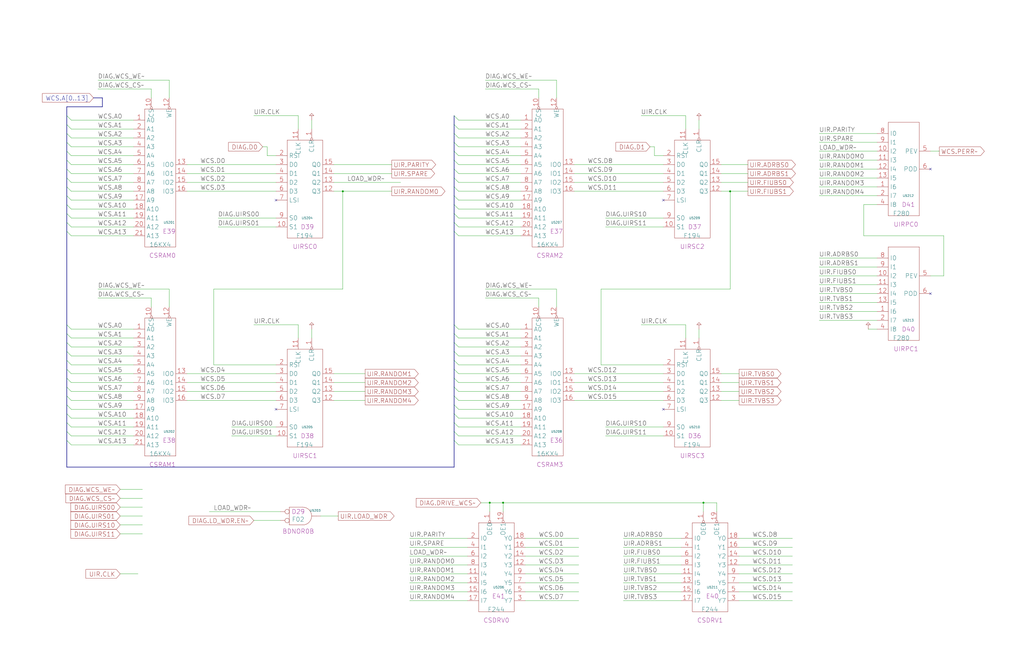
<source format=kicad_sch>
(kicad_sch (version 20250114) (generator "eeschema") (generator_version "9.0")
  (paper "User" 584.2 378.46)
  (title_block (title "CONTROL STORE\\nRAMS / UIR") (date "22-SEP-90") (rev "2.0") (comment 1 "IOC") (comment 2 "232-003061") (comment 3 "S400") (comment 4 "RELEASED"))
  (lib_symbols
    (symbol "r1000:16KX4" (pin_names (offset 1.016))
      (property "Reference" "U" (at 2.54 5.08 0))
      (property "Value" "16KX4" (at -8.89 -7.62 0))
      (property "Location" "___" (at -1.27 0 0))
      (property "Name" "______" (at -1.27 -15.24 0))
      (symbol "16KX4_1_1"
        (rectangle (start -11.43 69.85) (end 6.35 -8.89))
        (circle (center -7.62 70.485) (radius 0.635))
        (circle (center 2.54 70.485) (radius 0.635))
        (pin input line (at -17.78 63.5 0) (length 6.35) (name "A0") (number "1"))
        (pin input line (at -17.78 58.42 0) (length 6.35) (name "A1") (number "2"))
        (pin input line (at -17.78 53.34 0) (length 6.35) (name "A2") (number "3"))
        (pin input line (at -17.78 48.26 0) (length 6.35) (name "A3") (number "4"))
        (pin input line (at -17.78 43.18 0) (length 6.35) (name "A4") (number "5"))
        (pin input line (at -17.78 38.1 0) (length 6.35) (name "A5") (number "6"))
        (pin input line (at -17.78 33.02 0) (length 6.35) (name "A6") (number "7"))
        (pin input line (at -17.78 27.94 0) (length 6.35) (name "A7") (number "8"))
        (pin input line (at -17.78 22.86 0) (length 6.35) (name "A8") (number "9"))
        (pin input line (at -17.78 17.78 0) (length 6.35) (name "A9") (number "17"))
        (pin input line (at -17.78 12.7 0) (length 6.35) (name "A10") (number "18"))
        (pin input line (at -17.78 7.62 0) (length 6.35) (name "A11") (number "19"))
        (pin input line (at -17.78 2.54 0) (length 6.35) (name "A12") (number "20"))
        (pin input line (at -17.78 -2.54 0) (length 6.35) (name "A13") (number "21"))
        (pin input line (at -7.62 76.2 270) (length 5.08) (name "CS") (number "10"))
        (pin input line (at 2.54 76.2 270) (length 5.08) (name "WE") (number "12"))
        (pin bidirectional line (at 12.7 38.1 180) (length 6.35) (name "IO0") (number "13"))
        (pin bidirectional line (at 12.7 33.02 180) (length 6.35) (name "IO1") (number "14"))
        (pin bidirectional line (at 12.7 27.94 180) (length 6.35) (name "IO2") (number "15"))
        (pin bidirectional line (at 12.7 22.86 180) (length 6.35) (name "IO3") (number "16"))
      )
    )
    (symbol "r1000:F02" (pin_numbers (hide yes)) (pin_names (hide yes))
      (property "Reference" "U" (at 12.16 0.635 0))
      (property "Value" "F02" (at -1.27 -4.445 0))
      (property "Location" "___" (at 2.54 0 0))
      (property "Name" "______" (at 2.54 -12.7 0))
      (symbol "F02_0_1"
        (arc (start -3.81 2.54) (mid -2.9847 -2.54) (end -3.81 -7.62) (stroke (width 0.1524)))
        (polyline (pts (xy -5.08 0) (xy -3.175 0)) (stroke (width 0.1524)))
        (polyline (pts (xy -5.08 -5.08) (xy -3.175 -5.08)) (stroke (width 0.1524)))
        (polyline (pts (xy -3.81 2.54) (xy 2.54 2.54)) (stroke (width 0.1524)))
        (polyline (pts (xy -3.81 -7.62) (xy 2.54 -7.62)) (stroke (width 0.1524)))
        (arc (start 2.54 2.54) (mid 6.9477 0.8966) (end 10.16 -2.54) (stroke (width 0.1524)))
        (arc (start 10.16 -2.54) (mid 6.9515 -5.9823) (end 2.54 -7.62) (stroke (width 0.1524)))
        (circle (center 11.43 -2.54) (radius 1.27) (stroke (width 0.1524)))
        (polyline (pts (xy 13.97 -2.54) (xy 12.7 -2.54)) (stroke (width 0.1524)))
      )
      (symbol "F02_0_2"
        (circle (center -3.81 0) (radius 1.27) (stroke (width 0.1524)))
        (circle (center -3.81 -5.08) (radius 1.27) (stroke (width 0.1524)))
        (polyline (pts (xy -2.54 2.54) (xy -2.54 -7.62)) (stroke (width 0.1524)))
        (polyline (pts (xy -2.54 2.54) (xy 5.08 2.54)) (stroke (width 0.1524)))
        (polyline (pts (xy -2.54 -7.62) (xy 5.08 -7.62)) (stroke (width 0.1524)))
        (arc (start 5.08 2.54) (mid 10.1281 -2.54) (end 5.08 -7.62) (stroke (width 0.1524)))
        (polyline (pts (xy 11.43 -2.54) (xy 10.16 -2.54)) (stroke (width 0.1524)))
        (polyline (pts (xy 11.43 -2.54) (xy 12.7 -2.54)) (stroke (width 0.1524)))
      )
      (symbol "F02_1_1"
        (pin input line (at -7.62 0 0) (length 2.54) (name "D0") (number "1"))
        (pin input line (at -7.62 -5.08 0) (length 2.54) (name "D1") (number "2"))
        (pin output line (at 15.24 -2.54 180) (length 1.27) (name "Q") (number "3"))
      )
      (symbol "F02_1_2"
        (pin input line (at -7.62 0 0) (length 2.54) (name "D0") (number "1"))
        (pin input line (at -7.62 -5.08 0) (length 2.54) (name "D1") (number "2"))
        (pin output line (at 15.24 -2.54 180) (length 2.54) (name "Q") (number "3"))
      )
    )
    (symbol "r1000:F194" (pin_names (offset 1.016))
      (property "Reference" "U" (at 2.54 5.08 0))
      (property "Value" "F194" (at -3.81 -5.08 0))
      (property "Location" "___" (at -1.27 0 0))
      (property "Name" "______" (at 1.27 -12.7 0))
      (symbol "F194_1_1"
        (rectangle (start -8.89 49.53) (end 11.43 -6.35))
        (circle (center 5.08 50.165) (radius 0.635))
        (pin input line (at -15.24 40.64 0) (length 6.35) (name "RSI") (number "2"))
        (pin input line (at -15.24 35.56 0) (length 6.35) (name "D0") (number "3"))
        (pin input line (at -15.24 30.48 0) (length 6.35) (name "D1") (number "4"))
        (pin input line (at -15.24 25.4 0) (length 6.35) (name "D2") (number "5"))
        (pin input line (at -15.24 20.32 0) (length 6.35) (name "D3") (number "6"))
        (pin input line (at -15.24 15.24 0) (length 6.35) (name "LSI") (number "7"))
        (pin input line (at -15.24 5.08 0) (length 6.35) (name "S0") (number "9"))
        (pin input line (at -15.24 0 0) (length 6.35) (name "S1") (number "10"))
        (pin input line (at -2.54 55.88 270) (length 6.35) (name "CLK") (number "11"))
        (pin input line (at 5.08 55.88 270) (length 5.08) (name "CLR") (number "1"))
        (pin output line (at 17.78 35.56 180) (length 6.35) (name "Q0") (number "15"))
        (pin output line (at 17.78 30.48 180) (length 6.35) (name "Q1") (number "14"))
        (pin output line (at 17.78 25.4 180) (length 6.35) (name "Q2") (number "13"))
        (pin output line (at 17.78 20.32 180) (length 6.35) (name "Q3") (number "12"))
      )
    )
    (symbol "r1000:F244" (pin_names (offset 1.016))
      (property "Reference" "U" (at 2.54 5.08 0))
      (property "Value" "F244" (at -3.81 -7.62 0))
      (property "Location" "___" (at -1.27 0 0))
      (property "Name" "______" (at 1.27 -15.24 0))
      (symbol "F244_1_1"
        (rectangle (start -8.89 41.91) (end 11.43 -8.89))
        (circle (center -2.54 42.545) (radius 0.635))
        (circle (center 5.08 42.545) (radius 0.635))
        (pin input line (at -15.24 33.02 0) (length 6.35) (name "I0") (number "2"))
        (pin input line (at -15.24 27.94 0) (length 6.35) (name "I1") (number "4"))
        (pin input line (at -15.24 22.86 0) (length 6.35) (name "I2") (number "6"))
        (pin input line (at -15.24 17.78 0) (length 6.35) (name "I3") (number "8"))
        (pin input line (at -15.24 12.7 0) (length 6.35) (name "I4") (number "11"))
        (pin input line (at -15.24 7.62 0) (length 6.35) (name "I5") (number "13"))
        (pin input line (at -15.24 2.54 0) (length 6.35) (name "I6") (number "15"))
        (pin input line (at -15.24 -2.54 0) (length 6.35) (name "I7") (number "17"))
        (pin input line (at -2.54 48.26 270) (length 5.08) (name "OE0") (number "1"))
        (pin input line (at 5.08 48.26 270) (length 5.08) (name "OE1") (number "19"))
        (pin tri_state line (at 17.78 33.02 180) (length 6.35) (name "Y0") (number "18"))
        (pin tri_state line (at 17.78 27.94 180) (length 6.35) (name "Y1") (number "16"))
        (pin tri_state line (at 17.78 22.86 180) (length 6.35) (name "Y2") (number "14"))
        (pin tri_state line (at 17.78 17.78 180) (length 6.35) (name "Y3") (number "12"))
        (pin tri_state line (at 17.78 12.7 180) (length 6.35) (name "Y4") (number "9"))
        (pin tri_state line (at 17.78 7.62 180) (length 6.35) (name "Y5") (number "7"))
        (pin tri_state line (at 17.78 2.54 180) (length 6.35) (name "Y6") (number "5"))
        (pin tri_state line (at 17.78 -2.54 180) (length 6.35) (name "Y7") (number "3"))
      )
    )
    (symbol "r1000:F280" (pin_names (offset 1.016))
      (property "Reference" "U" (at 2.54 5.08 0))
      (property "Value" "F280" (at -6.35 -5.08 0))
      (property "Location" "___" (at -1.27 0 0))
      (property "Name" "______" (at 1.27 -12.7 0))
      (symbol "F280_1_1"
        (rectangle (start -8.89 46.99) (end 8.89 -6.35))
        (pin input line (at -15.24 40.64 0) (length 6.35) (name "I0") (number "8"))
        (pin input line (at -15.24 35.56 0) (length 6.35) (name "I1") (number "9"))
        (pin input line (at -15.24 30.48 0) (length 6.35) (name "I2") (number "10"))
        (pin input line (at -15.24 25.4 0) (length 6.35) (name "I3") (number "11"))
        (pin input line (at -15.24 20.32 0) (length 6.35) (name "I4") (number "12"))
        (pin input line (at -15.24 15.24 0) (length 6.35) (name "I5") (number "13"))
        (pin input line (at -15.24 10.16 0) (length 6.35) (name "I6") (number "1"))
        (pin input line (at -15.24 5.08 0) (length 6.35) (name "I7") (number "2"))
        (pin input line (at -15.24 0 0) (length 6.35) (name "I8") (number "4"))
        (pin output line (at 15.24 30.48 180) (length 6.35) (name "PEV") (number "5"))
        (pin output line (at 15.24 20.32 180) (length 6.35) (name "POD") (number "6"))
      )
    )
    (symbol "r1000:PU" (power) (pin_numbers (hide yes)) (pin_names (hide yes))
      (symbol "PU_0_1"
        (polyline (pts (xy 0 2.54) (xy -1.27 2.54) (xy 0 3.81) (xy 1.27 2.54) (xy 0 2.54)) (stroke (width 0.1524)))
      )
      (symbol "PU_1_1"
        (pin power_in line (at 0 0 90) (length 2.54) (name "PU") (number "1"))
      )
    )
  )
  (junction (at 195.58 109.22))
  (junction (at 279.4 287.02))
  (junction (at 401.32 287.02))
  (junction (at 416.56 109.22))
  (junction (at 287.02 287.02))
  (no_connect (at 157.48 233.68))
  (no_connect (at 378.46 233.68))
  (no_connect (at 157.48 114.3))
  (no_connect (at 530.86 167.64))
  (no_connect (at 378.46 114.3))
  (no_connect (at 530.86 96.52))
  (bus_entry (at 38.1 210.82) (size 2.54 2.54))
  (bus_entry (at 38.1 231.14) (size 2.54 2.54))
  (bus_entry (at 38.1 111.76) (size 2.54 2.54))
  (bus_entry (at 259.08 121.92) (size 2.54 2.54))
  (bus_entry (at 259.08 226.06) (size 2.54 2.54))
  (bus_entry (at 259.08 132.08) (size 2.54 2.54))
  (bus_entry (at 38.1 71.12) (size 2.54 2.54))
  (bus_entry (at 38.1 106.68) (size 2.54 2.54))
  (bus_entry (at 259.08 66.04) (size 2.54 2.54))
  (bus_entry (at 259.08 116.84) (size 2.54 2.54))
  (bus_entry (at 259.08 127) (size 2.54 2.54))
  (bus_entry (at 259.08 106.68) (size 2.54 2.54))
  (bus_entry (at 38.1 86.36) (size 2.54 2.54))
  (bus_entry (at 259.08 96.52) (size 2.54 2.54))
  (bus_entry (at 38.1 66.04) (size 2.54 2.54))
  (bus_entry (at 38.1 241.3) (size 2.54 2.54))
  (bus_entry (at 259.08 91.44) (size 2.54 2.54))
  (bus_entry (at 259.08 246.38) (size 2.54 2.54))
  (bus_entry (at 259.08 111.76) (size 2.54 2.54))
  (bus_entry (at 38.1 190.5) (size 2.54 2.54))
  (bus_entry (at 38.1 91.44) (size 2.54 2.54))
  (bus_entry (at 38.1 195.58) (size 2.54 2.54))
  (bus_entry (at 38.1 205.74) (size 2.54 2.54))
  (bus_entry (at 259.08 81.28) (size 2.54 2.54))
  (bus_entry (at 38.1 76.2) (size 2.54 2.54))
  (bus_entry (at 38.1 96.52) (size 2.54 2.54))
  (bus_entry (at 38.1 251.46) (size 2.54 2.54))
  (bus_entry (at 259.08 200.66) (size 2.54 2.54))
  (bus_entry (at 38.1 200.66) (size 2.54 2.54))
  (bus_entry (at 38.1 185.42) (size 2.54 2.54))
  (bus_entry (at 259.08 241.3) (size 2.54 2.54))
  (bus_entry (at 38.1 220.98) (size 2.54 2.54))
  (bus_entry (at 38.1 226.06) (size 2.54 2.54))
  (bus_entry (at 259.08 251.46) (size 2.54 2.54))
  (bus_entry (at 259.08 86.36) (size 2.54 2.54))
  (bus_entry (at 38.1 132.08) (size 2.54 2.54))
  (bus_entry (at 38.1 116.84) (size 2.54 2.54))
  (bus_entry (at 259.08 195.58) (size 2.54 2.54))
  (bus_entry (at 259.08 101.6) (size 2.54 2.54))
  (bus_entry (at 259.08 231.14) (size 2.54 2.54))
  (bus_entry (at 259.08 76.2) (size 2.54 2.54))
  (bus_entry (at 259.08 71.12) (size 2.54 2.54))
  (bus_entry (at 38.1 246.38) (size 2.54 2.54))
  (bus_entry (at 38.1 81.28) (size 2.54 2.54))
  (bus_entry (at 259.08 205.74) (size 2.54 2.54))
  (bus_entry (at 259.08 210.82) (size 2.54 2.54))
  (bus_entry (at 259.08 190.5) (size 2.54 2.54))
  (bus_entry (at 38.1 215.9) (size 2.54 2.54))
  (bus_entry (at 259.08 215.9) (size 2.54 2.54))
  (bus_entry (at 259.08 185.42) (size 2.54 2.54))
  (bus_entry (at 259.08 236.22) (size 2.54 2.54))
  (bus_entry (at 38.1 127) (size 2.54 2.54))
  (bus_entry (at 38.1 101.6) (size 2.54 2.54))
  (bus_entry (at 259.08 220.98) (size 2.54 2.54))
  (bus_entry (at 38.1 121.92) (size 2.54 2.54))
  (bus_entry (at 38.1 236.22) (size 2.54 2.54))
  (wire (pts (xy 327.66 213.36) (xy 378.46 213.36)))
  (wire (pts (xy 177.8 68.58) (xy 177.8 73.66)))
  (wire (pts (xy 327.66 93.98) (xy 378.46 93.98)))
  (wire (pts (xy 261.62 238.76) (xy 297.18 238.76)))
  (bus (pts (xy 259.08 215.9) (xy 259.08 220.98)))
  (wire (pts (xy 68.58 304.8) (xy 81.28 304.8)))
  (wire (pts (xy 345.44 243.84) (xy 378.46 243.84)))
  (wire (pts (xy 261.62 187.96) (xy 297.18 187.96)))
  (wire (pts (xy 121.92 165.1) (xy 195.58 165.1)))
  (wire (pts (xy 411.48 218.44) (xy 421.64 218.44)))
  (wire (pts (xy 261.62 93.98) (xy 297.18 93.98)))
  (bus (pts (xy 259.08 121.92) (xy 259.08 127)))
  (wire (pts (xy 421.64 317.5) (xy 452.12 317.5)))
  (wire (pts (xy 467.36 81.28) (xy 500.38 81.28)))
  (wire (pts (xy 55.88 170.18) (xy 86.36 170.18)))
  (bus (pts (xy 38.1 200.66) (xy 38.1 205.74)))
  (wire (pts (xy 378.46 88.9) (xy 373.38 88.9)))
  (wire (pts (xy 416.56 165.1) (xy 416.56 109.22)))
  (bus (pts (xy 38.1 127) (xy 38.1 132.08)))
  (bus (pts (xy 38.1 251.46) (xy 38.1 266.7)))
  (bus (pts (xy 259.08 205.74) (xy 259.08 210.82)))
  (bus (pts (xy 259.08 251.46) (xy 259.08 266.7)))
  (wire (pts (xy 495.3 187.96) (xy 500.38 187.96)))
  (bus (pts (xy 259.08 241.3) (xy 259.08 246.38)))
  (wire (pts (xy 411.48 104.14) (xy 426.72 104.14)))
  (wire (pts (xy 261.62 88.9) (xy 297.18 88.9)))
  (bus (pts (xy 38.1 185.42) (xy 38.1 190.5)))
  (bus (pts (xy 259.08 86.36) (xy 259.08 91.44)))
  (wire (pts (xy 40.64 114.3) (xy 76.2 114.3)))
  (wire (pts (xy 467.36 182.88) (xy 500.38 182.88)))
  (wire (pts (xy 467.36 152.4) (xy 500.38 152.4)))
  (wire (pts (xy 287.02 287.02) (xy 401.32 287.02)))
  (wire (pts (xy 467.36 147.32) (xy 500.38 147.32)))
  (wire (pts (xy 355.6 312.42) (xy 388.62 312.42)))
  (wire (pts (xy 274.32 287.02) (xy 279.4 287.02)))
  (wire (pts (xy 355.6 322.58) (xy 388.62 322.58)))
  (wire (pts (xy 261.62 223.52) (xy 297.18 223.52)))
  (wire (pts (xy 40.64 93.98) (xy 76.2 93.98)))
  (wire (pts (xy 144.78 185.42) (xy 170.18 185.42)))
  (wire (pts (xy 40.64 228.6) (xy 76.2 228.6)))
  (wire (pts (xy 40.64 213.36) (xy 76.2 213.36)))
  (wire (pts (xy 307.34 55.88) (xy 307.34 50.8)))
  (bus (pts (xy 38.1 106.68) (xy 38.1 111.76)))
  (wire (pts (xy 373.38 88.9) (xy 373.38 83.82)))
  (wire (pts (xy 190.5 218.44) (xy 208.28 218.44)))
  (bus (pts (xy 38.1 60.96) (xy 38.1 66.04)))
  (wire (pts (xy 261.62 248.92) (xy 297.18 248.92)))
  (wire (pts (xy 68.58 294.64) (xy 81.28 294.64)))
  (wire (pts (xy 327.66 218.44) (xy 378.46 218.44)))
  (wire (pts (xy 345.44 129.54) (xy 378.46 129.54)))
  (wire (pts (xy 467.36 111.76) (xy 500.38 111.76)))
  (wire (pts (xy 195.58 109.22) (xy 190.5 109.22)))
  (wire (pts (xy 40.64 99.06) (xy 76.2 99.06)))
  (wire (pts (xy 261.62 193.04) (xy 297.18 193.04)))
  (wire (pts (xy 233.68 337.82) (xy 266.7 337.82)))
  (wire (pts (xy 421.64 332.74) (xy 452.12 332.74)))
  (bus (pts (xy 58.42 55.88) (xy 58.42 60.96)))
  (wire (pts (xy 500.38 116.84) (xy 492.76 116.84)))
  (wire (pts (xy 421.64 327.66) (xy 452.12 327.66)))
  (bus (pts (xy 53.34 55.88) (xy 58.42 55.88)))
  (wire (pts (xy 190.5 228.6) (xy 208.28 228.6)))
  (wire (pts (xy 106.68 104.14) (xy 157.48 104.14)))
  (bus (pts (xy 38.1 205.74) (xy 38.1 210.82)))
  (bus (pts (xy 259.08 231.14) (xy 259.08 236.22)))
  (wire (pts (xy 299.72 307.34) (xy 330.2 307.34)))
  (wire (pts (xy 190.5 99.06) (xy 223.52 99.06)))
  (bus (pts (xy 259.08 116.84) (xy 259.08 121.92)))
  (wire (pts (xy 106.68 99.06) (xy 157.48 99.06)))
  (bus (pts (xy 38.1 231.14) (xy 38.1 236.22)))
  (wire (pts (xy 40.64 83.82) (xy 76.2 83.82)))
  (wire (pts (xy 411.48 93.98) (xy 426.72 93.98)))
  (wire (pts (xy 177.8 187.96) (xy 177.8 193.04)))
  (bus (pts (xy 259.08 91.44) (xy 259.08 96.52)))
  (wire (pts (xy 276.86 50.8) (xy 307.34 50.8)))
  (wire (pts (xy 121.92 208.28) (xy 121.92 165.1)))
  (wire (pts (xy 467.36 172.72) (xy 500.38 172.72)))
  (wire (pts (xy 401.32 287.02) (xy 408.94 287.02)))
  (wire (pts (xy 40.64 109.22) (xy 76.2 109.22)))
  (wire (pts (xy 106.68 109.22) (xy 157.48 109.22)))
  (bus (pts (xy 259.08 71.12) (xy 259.08 76.2)))
  (wire (pts (xy 261.62 233.68) (xy 297.18 233.68)))
  (bus (pts (xy 259.08 195.58) (xy 259.08 200.66)))
  (wire (pts (xy 195.58 109.22) (xy 223.52 109.22)))
  (bus (pts (xy 38.1 111.76) (xy 38.1 116.84)))
  (wire (pts (xy 317.5 55.88) (xy 317.5 45.72)))
  (bus (pts (xy 38.1 96.52) (xy 38.1 101.6)))
  (wire (pts (xy 287.02 292.1) (xy 287.02 287.02)))
  (bus (pts (xy 259.08 220.98) (xy 259.08 226.06)))
  (wire (pts (xy 492.76 116.84) (xy 492.76 134.62)))
  (bus (pts (xy 38.1 215.9) (xy 38.1 220.98)))
  (wire (pts (xy 538.48 134.62) (xy 538.48 157.48)))
  (wire (pts (xy 467.36 86.36) (xy 500.38 86.36)))
  (bus (pts (xy 259.08 66.04) (xy 259.08 71.12)))
  (wire (pts (xy 261.62 78.74) (xy 297.18 78.74)))
  (wire (pts (xy 467.36 101.6) (xy 500.38 101.6)))
  (wire (pts (xy 411.48 99.06) (xy 426.72 99.06)))
  (wire (pts (xy 40.64 124.46) (xy 76.2 124.46)))
  (wire (pts (xy 40.64 78.74) (xy 76.2 78.74)))
  (wire (pts (xy 233.68 317.5) (xy 266.7 317.5)))
  (bus (pts (xy 38.1 190.5) (xy 38.1 195.58)))
  (wire (pts (xy 40.64 248.92) (xy 76.2 248.92)))
  (wire (pts (xy 106.68 218.44) (xy 157.48 218.44)))
  (bus (pts (xy 38.1 226.06) (xy 38.1 231.14)))
  (bus (pts (xy 38.1 236.22) (xy 38.1 241.3)))
  (bus (pts (xy 58.42 60.96) (xy 38.1 60.96)))
  (wire (pts (xy 195.58 165.1) (xy 195.58 109.22)))
  (wire (pts (xy 391.16 193.04) (xy 391.16 185.42)))
  (wire (pts (xy 170.18 193.04) (xy 170.18 185.42)))
  (wire (pts (xy 408.94 292.1) (xy 408.94 287.02)))
  (wire (pts (xy 299.72 322.58) (xy 330.2 322.58)))
  (wire (pts (xy 40.64 233.68) (xy 76.2 233.68)))
  (wire (pts (xy 106.68 223.52) (xy 157.48 223.52)))
  (wire (pts (xy 261.62 129.54) (xy 297.18 129.54)))
  (wire (pts (xy 106.68 228.6) (xy 157.48 228.6)))
  (wire (pts (xy 40.64 208.28) (xy 76.2 208.28)))
  (bus (pts (xy 38.1 66.04) (xy 38.1 71.12)))
  (wire (pts (xy 106.68 213.36) (xy 157.48 213.36)))
  (wire (pts (xy 411.48 213.36) (xy 421.64 213.36)))
  (wire (pts (xy 327.66 99.06) (xy 378.46 99.06)))
  (bus (pts (xy 259.08 210.82) (xy 259.08 215.9)))
  (bus (pts (xy 259.08 111.76) (xy 259.08 116.84)))
  (wire (pts (xy 124.46 129.54) (xy 157.48 129.54)))
  (wire (pts (xy 342.9 165.1) (xy 416.56 165.1)))
  (wire (pts (xy 299.72 332.74) (xy 330.2 332.74)))
  (bus (pts (xy 38.1 195.58) (xy 38.1 200.66)))
  (wire (pts (xy 411.48 223.52) (xy 421.64 223.52)))
  (wire (pts (xy 327.66 228.6) (xy 378.46 228.6)))
  (wire (pts (xy 68.58 279.4) (xy 81.28 279.4)))
  (wire (pts (xy 40.64 68.58) (xy 76.2 68.58)))
  (wire (pts (xy 68.58 289.56) (xy 81.28 289.56)))
  (wire (pts (xy 190.5 104.14) (xy 228.6 104.14)))
  (wire (pts (xy 261.62 213.36) (xy 297.18 213.36)))
  (bus (pts (xy 38.1 132.08) (xy 38.1 185.42)))
  (bus (pts (xy 259.08 200.66) (xy 259.08 205.74)))
  (wire (pts (xy 40.64 129.54) (xy 76.2 129.54)))
  (bus (pts (xy 38.1 76.2) (xy 38.1 81.28)))
  (wire (pts (xy 40.64 243.84) (xy 76.2 243.84)))
  (bus (pts (xy 259.08 132.08) (xy 259.08 185.42)))
  (wire (pts (xy 157.48 88.9) (xy 152.4 88.9)))
  (wire (pts (xy 233.68 332.74) (xy 266.7 332.74)))
  (wire (pts (xy 152.4 83.82) (xy 149.86 83.82)))
  (wire (pts (xy 233.68 327.66) (xy 266.7 327.66)))
  (wire (pts (xy 261.62 208.28) (xy 297.18 208.28)))
  (bus (pts (xy 38.1 91.44) (xy 38.1 96.52)))
  (wire (pts (xy 40.64 223.52) (xy 76.2 223.52)))
  (wire (pts (xy 421.64 337.82) (xy 452.12 337.82)))
  (wire (pts (xy 40.64 104.14) (xy 76.2 104.14)))
  (wire (pts (xy 276.86 170.18) (xy 307.34 170.18)))
  (wire (pts (xy 261.62 73.66) (xy 297.18 73.66)))
  (wire (pts (xy 317.5 175.26) (xy 317.5 165.1)))
  (wire (pts (xy 261.62 218.44) (xy 297.18 218.44)))
  (bus (pts (xy 38.1 81.28) (xy 38.1 86.36)))
  (bus (pts (xy 259.08 106.68) (xy 259.08 111.76)))
  (wire (pts (xy 261.62 114.3) (xy 297.18 114.3)))
  (wire (pts (xy 276.86 45.72) (xy 317.5 45.72)))
  (wire (pts (xy 40.64 254) (xy 76.2 254)))
  (wire (pts (xy 190.5 223.52) (xy 208.28 223.52)))
  (wire (pts (xy 398.78 68.58) (xy 398.78 73.66)))
  (wire (pts (xy 261.62 109.22) (xy 297.18 109.22)))
  (bus (pts (xy 259.08 127) (xy 259.08 132.08)))
  (wire (pts (xy 355.6 342.9) (xy 388.62 342.9)))
  (wire (pts (xy 467.36 91.44) (xy 500.38 91.44)))
  (wire (pts (xy 261.62 124.46) (xy 297.18 124.46)))
  (wire (pts (xy 299.72 317.5) (xy 330.2 317.5)))
  (bus (pts (xy 259.08 96.52) (xy 259.08 101.6)))
  (wire (pts (xy 40.64 198.12) (xy 76.2 198.12)))
  (wire (pts (xy 421.64 322.58) (xy 452.12 322.58)))
  (wire (pts (xy 492.76 134.62) (xy 538.48 134.62)))
  (wire (pts (xy 327.66 109.22) (xy 378.46 109.22)))
  (wire (pts (xy 40.64 218.44) (xy 76.2 218.44)))
  (wire (pts (xy 467.36 167.64) (xy 500.38 167.64)))
  (wire (pts (xy 467.36 96.52) (xy 500.38 96.52)))
  (wire (pts (xy 40.64 88.9) (xy 76.2 88.9)))
  (wire (pts (xy 276.86 165.1) (xy 317.5 165.1)))
  (wire (pts (xy 261.62 68.58) (xy 297.18 68.58)))
  (wire (pts (xy 261.62 83.82) (xy 297.18 83.82)))
  (wire (pts (xy 401.32 287.02) (xy 401.32 292.1)))
  (bus (pts (xy 259.08 246.38) (xy 259.08 251.46)))
  (wire (pts (xy 421.64 312.42) (xy 452.12 312.42)))
  (bus (pts (xy 38.1 220.98) (xy 38.1 226.06)))
  (wire (pts (xy 233.68 342.9) (xy 266.7 342.9)))
  (bus (pts (xy 259.08 190.5) (xy 259.08 195.58)))
  (wire (pts (xy 342.9 208.28) (xy 342.9 165.1)))
  (wire (pts (xy 261.62 134.62) (xy 297.18 134.62)))
  (wire (pts (xy 40.64 193.04) (xy 76.2 193.04)))
  (wire (pts (xy 144.78 66.04) (xy 170.18 66.04)))
  (bus (pts (xy 38.1 241.3) (xy 38.1 246.38)))
  (bus (pts (xy 259.08 101.6) (xy 259.08 106.68)))
  (wire (pts (xy 355.6 337.82) (xy 388.62 337.82)))
  (wire (pts (xy 299.72 337.82) (xy 330.2 337.82)))
  (bus (pts (xy 38.1 71.12) (xy 38.1 76.2)))
  (wire (pts (xy 40.64 73.66) (xy 76.2 73.66)))
  (wire (pts (xy 299.72 327.66) (xy 330.2 327.66)))
  (wire (pts (xy 86.36 55.88) (xy 86.36 50.8)))
  (wire (pts (xy 365.76 185.42) (xy 391.16 185.42)))
  (bus (pts (xy 259.08 76.2) (xy 259.08 81.28)))
  (wire (pts (xy 355.6 317.5) (xy 388.62 317.5)))
  (wire (pts (xy 355.6 327.66) (xy 388.62 327.66)))
  (wire (pts (xy 152.4 88.9) (xy 152.4 83.82)))
  (wire (pts (xy 261.62 254) (xy 297.18 254)))
  (wire (pts (xy 373.38 83.82) (xy 370.84 83.82)))
  (wire (pts (xy 124.46 124.46) (xy 157.48 124.46)))
  (wire (pts (xy 261.62 119.38) (xy 297.18 119.38)))
  (wire (pts (xy 299.72 312.42) (xy 330.2 312.42)))
  (wire (pts (xy 530.86 86.36) (xy 535.94 86.36)))
  (wire (pts (xy 421.64 307.34) (xy 452.12 307.34)))
  (wire (pts (xy 299.72 342.9) (xy 330.2 342.9)))
  (bus (pts (xy 38.1 116.84) (xy 38.1 121.92)))
  (wire (pts (xy 538.48 157.48) (xy 530.86 157.48)))
  (wire (pts (xy 261.62 99.06) (xy 297.18 99.06)))
  (wire (pts (xy 233.68 322.58) (xy 266.7 322.58)))
  (wire (pts (xy 40.64 203.2) (xy 76.2 203.2)))
  (wire (pts (xy 68.58 299.72) (xy 81.28 299.72)))
  (wire (pts (xy 411.48 228.6) (xy 421.64 228.6)))
  (bus (pts (xy 38.1 121.92) (xy 38.1 127)))
  (bus (pts (xy 38.1 101.6) (xy 38.1 106.68)))
  (wire (pts (xy 416.56 109.22) (xy 426.72 109.22)))
  (wire (pts (xy 378.46 208.28) (xy 342.9 208.28)))
  (wire (pts (xy 355.6 332.74) (xy 388.62 332.74)))
  (wire (pts (xy 398.78 187.96) (xy 398.78 193.04)))
  (wire (pts (xy 157.48 208.28) (xy 121.92 208.28)))
  (wire (pts (xy 467.36 106.68) (xy 500.38 106.68)))
  (wire (pts (xy 182.88 294.64) (xy 193.04 294.64)))
  (wire (pts (xy 421.64 342.9) (xy 452.12 342.9)))
  (wire (pts (xy 144.78 297.18) (xy 160.02 297.18)))
  (bus (pts (xy 38.1 86.36) (xy 38.1 91.44)))
  (wire (pts (xy 68.58 284.48) (xy 81.28 284.48)))
  (wire (pts (xy 365.76 66.04) (xy 391.16 66.04)))
  (wire (pts (xy 467.36 162.56) (xy 500.38 162.56)))
  (wire (pts (xy 261.62 198.12) (xy 297.18 198.12)))
  (bus (pts (xy 259.08 81.28) (xy 259.08 86.36)))
  (wire (pts (xy 261.62 104.14) (xy 297.18 104.14)))
  (wire (pts (xy 261.62 243.84) (xy 297.18 243.84)))
  (bus (pts (xy 259.08 226.06) (xy 259.08 231.14)))
  (bus (pts (xy 38.1 210.82) (xy 38.1 215.9)))
  (wire (pts (xy 96.52 175.26) (xy 96.52 165.1)))
  (wire (pts (xy 261.62 203.2) (xy 297.18 203.2)))
  (wire (pts (xy 327.66 104.14) (xy 378.46 104.14)))
  (wire (pts (xy 86.36 175.26) (xy 86.36 170.18)))
  (wire (pts (xy 355.6 307.34) (xy 388.62 307.34)))
  (wire (pts (xy 345.44 248.92) (xy 378.46 248.92)))
  (wire (pts (xy 40.64 119.38) (xy 76.2 119.38)))
  (wire (pts (xy 279.4 287.02) (xy 279.4 292.1)))
  (wire (pts (xy 190.5 213.36) (xy 208.28 213.36)))
  (wire (pts (xy 55.88 165.1) (xy 96.52 165.1)))
  (wire (pts (xy 233.68 312.42) (xy 266.7 312.42)))
  (wire (pts (xy 307.34 175.26) (xy 307.34 170.18)))
  (bus (pts (xy 259.08 236.22) (xy 259.08 241.3)))
  (wire (pts (xy 345.44 124.46) (xy 378.46 124.46)))
  (wire (pts (xy 132.08 248.92) (xy 157.48 248.92)))
  (wire (pts (xy 327.66 223.52) (xy 378.46 223.52)))
  (wire (pts (xy 416.56 109.22) (xy 411.48 109.22)))
  (wire (pts (xy 68.58 327.66) (xy 78.74 327.66)))
  (wire (pts (xy 55.88 45.72) (xy 96.52 45.72)))
  (wire (pts (xy 106.68 93.98) (xy 157.48 93.98)))
  (wire (pts (xy 40.64 134.62) (xy 76.2 134.62)))
  (wire (pts (xy 190.5 93.98) (xy 223.52 93.98)))
  (wire (pts (xy 96.52 55.88) (xy 96.52 45.72)))
  (bus (pts (xy 259.08 185.42) (xy 259.08 190.5)))
  (wire (pts (xy 261.62 228.6) (xy 297.18 228.6)))
  (wire (pts (xy 467.36 177.8) (xy 500.38 177.8)))
  (wire (pts (xy 467.36 76.2) (xy 500.38 76.2)))
  (wire (pts (xy 170.18 73.66) (xy 170.18 66.04)))
  (wire (pts (xy 40.64 238.76) (xy 76.2 238.76)))
  (wire (pts (xy 132.08 243.84) (xy 157.48 243.84)))
  (wire (pts (xy 55.88 50.8) (xy 86.36 50.8)))
  (wire (pts (xy 391.16 73.66) (xy 391.16 66.04)))
  (wire (pts (xy 233.68 307.34) (xy 266.7 307.34)))
  (wire (pts (xy 279.4 287.02) (xy 287.02 287.02)))
  (wire (pts (xy 40.64 187.96) (xy 76.2 187.96)))
  (bus (pts (xy 38.1 266.7) (xy 259.08 266.7)))
  (bus (pts (xy 38.1 246.38) (xy 38.1 251.46)))
  (wire (pts (xy 467.36 157.48) (xy 500.38 157.48)))
  (wire (pts (xy 119.38 292.1) (xy 160.02 292.1)))
  (label "WCS.A13" (at 55.88 254 0) (effects (font (size 2.54 2.54))))
  (label "WCS.A1" (at 276.86 193.04 0) (effects (font (size 2.54 2.54))))
  (label "WCS.D2" (at 307.34 317.5 0) (effects (font (size 2.54 2.54))))
  (label "WCS.A8" (at 55.88 109.22 0) (effects (font (size 2.54 2.54))))
  (label "DIAG.WCS_CS~" (at 276.86 50.8 0) (effects (font (size 2.54 2.54))))
  (label "UIR.RANDOM3" (at 467.36 106.68 0) (effects (font (size 2.54 2.54))))
  (label "WCS.A12" (at 55.88 129.54 0) (effects (font (size 2.54 2.54))))
  (label "UIR.ADRBS1" (at 467.36 152.4 0) (effects (font (size 2.54 2.54))))
  (label "WCS.A13" (at 276.86 254 0) (effects (font (size 2.54 2.54))))
  (label "WCS.D10" (at 335.28 104.14 0) (effects (font (size 2.54 2.54))))
  (label "WCS.D11" (at 429.26 322.58 0) (effects (font (size 2.54 2.54))))
  (label "UIR.PARITY" (at 233.68 307.34 0) (effects (font (size 2.54 2.54))))
  (label "WCS.A11" (at 55.88 124.46 0) (effects (font (size 2.54 2.54))))
  (label "DIAG.UIRS11" (at 345.44 248.92 0) (effects (font (size 2.54 2.54))))
  (label "WCS.A11" (at 276.86 124.46 0) (effects (font (size 2.54 2.54))))
  (label "UIR.FIUBS0" (at 467.36 157.48 0) (effects (font (size 2.54 2.54))))
  (label "WCS.A5" (at 276.86 93.98 0) (effects (font (size 2.54 2.54))))
  (label "UIR.TVBS0" (at 467.36 167.64 0) (effects (font (size 2.54 2.54))))
  (label "UIR.ADRBS0" (at 467.36 147.32 0) (effects (font (size 2.54 2.54))))
  (label "WCS.A0" (at 276.86 187.96 0) (effects (font (size 2.54 2.54))))
  (label "WCS.A2" (at 55.88 198.12 0) (effects (font (size 2.54 2.54))))
  (label "WCS.A7" (at 55.88 104.14 0) (effects (font (size 2.54 2.54))))
  (label "DIAG.UIRS10" (at 345.44 243.84 0) (effects (font (size 2.54 2.54))))
  (label "UIR.RANDOM2" (at 233.68 332.74 0) (effects (font (size 2.54 2.54))))
  (label "WCS.D9" (at 429.26 312.42 0) (effects (font (size 2.54 2.54))))
  (label "WCS.A9" (at 276.86 233.68 0) (effects (font (size 2.54 2.54))))
  (label "WCS.A10" (at 55.88 238.76 0) (effects (font (size 2.54 2.54))))
  (label "UIR.FIUBS1" (at 355.6 322.58 0) (effects (font (size 2.54 2.54))))
  (label "WCS.A12" (at 276.86 248.92 0) (effects (font (size 2.54 2.54))))
  (label "WCS.A6" (at 55.88 218.44 0) (effects (font (size 2.54 2.54))))
  (label "WCS.D11" (at 335.28 109.22 0) (effects (font (size 2.54 2.54))))
  (label "WCS.A4" (at 55.88 208.28 0) (effects (font (size 2.54 2.54))))
  (label "UIR.RANDOM0" (at 467.36 91.44 0) (effects (font (size 2.54 2.54))))
  (label "WCS.D15" (at 429.26 342.9 0) (effects (font (size 2.54 2.54))))
  (label "WCS.A3" (at 55.88 83.82 0) (effects (font (size 2.54 2.54))))
  (label "WCS.A5" (at 55.88 213.36 0) (effects (font (size 2.54 2.54))))
  (label "DIAG.UIRS00" (at 124.46 124.46 0) (effects (font (size 2.54 2.54))))
  (label "WCS.A4" (at 276.86 88.9 0) (effects (font (size 2.54 2.54))))
  (label "WCS.D3" (at 307.34 322.58 0) (effects (font (size 2.54 2.54))))
  (label "WCS.A3" (at 55.88 203.2 0) (effects (font (size 2.54 2.54))))
  (label "UIR.RANDOM2" (at 467.36 101.6 0) (effects (font (size 2.54 2.54))))
  (label "DIAG.WCS_CS~" (at 55.88 50.8 0) (effects (font (size 2.54 2.54))))
  (label "WCS.D12" (at 335.28 213.36 0) (effects (font (size 2.54 2.54))))
  (label "WCS.A8" (at 276.86 228.6 0) (effects (font (size 2.54 2.54))))
  (label "UIR.CLK" (at 365.76 185.42 0) (effects (font (size 2.54 2.54))))
  (label "UIR.FIUBS1" (at 467.36 162.56 0) (effects (font (size 2.54 2.54))))
  (label "WCS.D0" (at 307.34 307.34 0) (effects (font (size 2.54 2.54))))
  (label "DIAG.UIRS11" (at 345.44 129.54 0) (effects (font (size 2.54 2.54))))
  (label "WCS.D15" (at 335.28 228.6 0) (effects (font (size 2.54 2.54))))
  (label "WCS.D6" (at 114.3 223.52 0) (effects (font (size 2.54 2.54))))
  (label "UIR.RANDOM3" (at 233.68 337.82 0) (effects (font (size 2.54 2.54))))
  (label "WCS.D1" (at 114.3 99.06 0) (effects (font (size 2.54 2.54))))
  (label "WCS.A7" (at 276.86 104.14 0) (effects (font (size 2.54 2.54))))
  (label "WCS.A0" (at 276.86 68.58 0) (effects (font (size 2.54 2.54))))
  (label "WCS.A6" (at 55.88 99.06 0) (effects (font (size 2.54 2.54))))
  (label "WCS.A1" (at 276.86 73.66 0) (effects (font (size 2.54 2.54))))
  (label "UIR.TVBS2" (at 467.36 177.8 0) (effects (font (size 2.54 2.54))))
  (label "DIAG.WCS_WE~" (at 55.88 45.72 0) (effects (font (size 2.54 2.54))))
  (label "UIR.PARITY" (at 467.36 76.2 0) (effects (font (size 2.54 2.54))))
  (label "UIR.SPARE" (at 467.36 81.28 0) (effects (font (size 2.54 2.54))))
  (label "WCS.A7" (at 55.88 223.52 0) (effects (font (size 2.54 2.54))))
  (label "DIAG.UIRS01" (at 132.08 248.92 0) (effects (font (size 2.54 2.54))))
  (label "UIR.TVBS3" (at 355.6 342.9 0) (effects (font (size 2.54 2.54))))
  (label "WCS.D8" (at 335.28 93.98 0) (effects (font (size 2.54 2.54))))
  (label "WCS.A13" (at 276.86 134.62 0) (effects (font (size 2.54 2.54))))
  (label "WCS.D14" (at 335.28 223.52 0) (effects (font (size 2.54 2.54))))
  (label "UIR.RANDOM1" (at 467.36 96.52 0) (effects (font (size 2.54 2.54))))
  (label "WCS.A6" (at 276.86 99.06 0) (effects (font (size 2.54 2.54))))
  (label "UIR.RANDOM4" (at 467.36 111.76 0) (effects (font (size 2.54 2.54))))
  (label "WCS.A1" (at 55.88 193.04 0) (effects (font (size 2.54 2.54))))
  (label "WCS.A2" (at 55.88 78.74 0) (effects (font (size 2.54 2.54))))
  (label "UIR.RANDOM4" (at 233.68 342.9 0) (effects (font (size 2.54 2.54))))
  (label "UIR.ADRBS0" (at 355.6 307.34 0) (effects (font (size 2.54 2.54))))
  (label "DIAG.WCS_CS~" (at 276.86 170.18 0) (effects (font (size 2.54 2.54))))
  (label "WCS.A13" (at 55.88 134.62 0) (effects (font (size 2.54 2.54))))
  (label "WCS.A12" (at 55.88 248.92 0) (effects (font (size 2.54 2.54))))
  (label "WCS.A10" (at 276.86 238.76 0) (effects (font (size 2.54 2.54))))
  (label "UIR.RANDOM1" (at 233.68 327.66 0) (effects (font (size 2.54 2.54))))
  (label "WCS.A2" (at 276.86 198.12 0) (effects (font (size 2.54 2.54))))
  (label "WCS.D7" (at 307.34 342.9 0) (effects (font (size 2.54 2.54))))
  (label "WCS.A11" (at 276.86 243.84 0) (effects (font (size 2.54 2.54))))
  (label "UIR.SPARE" (at 233.68 312.42 0) (effects (font (size 2.54 2.54))))
  (label "WCS.D13" (at 335.28 218.44 0) (effects (font (size 2.54 2.54))))
  (label "WCS.A6" (at 276.86 218.44 0) (effects (font (size 2.54 2.54))))
  (label "WCS.A3" (at 276.86 203.2 0) (effects (font (size 2.54 2.54))))
  (label "DIAG.WCS_WE~" (at 55.88 165.1 0) (effects (font (size 2.54 2.54))))
  (label "WCS.A0" (at 55.88 187.96 0) (effects (font (size 2.54 2.54))))
  (label "WCS.D4" (at 114.3 213.36 0) (effects (font (size 2.54 2.54))))
  (label "WCS.A9" (at 276.86 114.3 0) (effects (font (size 2.54 2.54))))
  (label "WCS.D14" (at 429.26 337.82 0) (effects (font (size 2.54 2.54))))
  (label "UIR.ADRBS1" (at 355.6 312.42 0) (effects (font (size 2.54 2.54))))
  (label "LOAD_WDR~" (at 198.12 104.14 0) (effects (font (size 2.54 2.54))))
  (label "DIAG.UIRS01" (at 124.46 129.54 0) (effects (font (size 2.54 2.54))))
  (label "WCS.A4" (at 55.88 88.9 0) (effects (font (size 2.54 2.54))))
  (label "UIR.TVBS1" (at 355.6 332.74 0) (effects (font (size 2.54 2.54))))
  (label "WCS.A2" (at 276.86 78.74 0) (effects (font (size 2.54 2.54))))
  (label "WCS.D5" (at 307.34 332.74 0) (effects (font (size 2.54 2.54))))
  (label "WCS.A12" (at 276.86 129.54 0) (effects (font (size 2.54 2.54))))
  (label "WCS.A9" (at 55.88 233.68 0) (effects (font (size 2.54 2.54))))
  (label "WCS.A10" (at 55.88 119.38 0) (effects (font (size 2.54 2.54))))
  (label "UIR.TVBS3" (at 467.36 182.88 0) (effects (font (size 2.54 2.54))))
  (label "WCS.D5" (at 114.3 218.44 0) (effects (font (size 2.54 2.54))))
  (label "WCS.A3" (at 276.86 83.82 0) (effects (font (size 2.54 2.54))))
  (label "WCS.A0" (at 55.88 68.58 0) (effects (font (size 2.54 2.54))))
  (label "WCS.A9" (at 55.88 114.3 0) (effects (font (size 2.54 2.54))))
  (label "WCS.A11" (at 55.88 243.84 0) (effects (font (size 2.54 2.54))))
  (label "DIAG.UIRS10" (at 345.44 124.46 0) (effects (font (size 2.54 2.54))))
  (label "WCS.D3" (at 114.3 109.22 0) (effects (font (size 2.54 2.54))))
  (label "WCS.D12" (at 429.26 327.66 0) (effects (font (size 2.54 2.54))))
  (label "UIR.TVBS1" (at 467.36 172.72 0) (effects (font (size 2.54 2.54))))
  (label "WCS.A5" (at 55.88 93.98 0) (effects (font (size 2.54 2.54))))
  (label "UIR.TVBS0" (at 355.6 327.66 0) (effects (font (size 2.54 2.54))))
  (label "UIR.FIUBS0" (at 355.6 317.5 0) (effects (font (size 2.54 2.54))))
  (label "UIR.CLK" (at 144.78 66.04 0) (effects (font (size 2.54 2.54))))
  (label "WCS.A1" (at 55.88 73.66 0) (effects (font (size 2.54 2.54))))
  (label "LOAD_WDR~" (at 233.68 317.5 0) (effects (font (size 2.54 2.54))))
  (label "WCS.A4" (at 276.86 208.28 0) (effects (font (size 2.54 2.54))))
  (label "WCS.D0" (at 114.3 93.98 0) (effects (font (size 2.54 2.54))))
  (label "LOAD_WDR~" (at 121.92 292.1 0) (effects (font (size 2.54 2.54))))
  (label "WCS.A10" (at 276.86 119.38 0) (effects (font (size 2.54 2.54))))
  (label "DIAG.UIRS00" (at 132.08 243.84 0) (effects (font (size 2.54 2.54))))
  (label "WCS.D10" (at 429.26 317.5 0) (effects (font (size 2.54 2.54))))
  (label "WCS.D1" (at 307.34 312.42 0) (effects (font (size 2.54 2.54))))
  (label "WCS.A8" (at 55.88 228.6 0) (effects (font (size 2.54 2.54))))
  (label "UIR.CLK" (at 144.78 185.42 0) (effects (font (size 2.54 2.54))))
  (label "DIAG.WCS_WE~" (at 276.86 165.1 0) (effects (font (size 2.54 2.54))))
  (label "WCS.D2" (at 114.3 104.14 0) (effects (font (size 2.54 2.54))))
  (label "WCS.A7" (at 276.86 223.52 0) (effects (font (size 2.54 2.54))))
  (label "WCS.A8" (at 276.86 109.22 0) (effects (font (size 2.54 2.54))))
  (label "LOAD_WDR~" (at 467.36 86.36 0) (effects (font (size 2.54 2.54))))
  (label "UIR.TVBS2" (at 355.6 337.82 0) (effects (font (size 2.54 2.54))))
  (label "UIR.RANDOM0" (at 233.68 322.58 0) (effects (font (size 2.54 2.54))))
  (label "WCS.D13" (at 429.26 332.74 0) (effects (font (size 2.54 2.54))))
  (label "WCS.A5" (at 276.86 213.36 0) (effects (font (size 2.54 2.54))))
  (label "DIAG.WCS_WE~" (at 276.86 45.72 0) (effects (font (size 2.54 2.54))))
  (label "UIR.CLK" (at 365.76 66.04 0) (effects (font (size 2.54 2.54))))
  (label "WCS.D6" (at 307.34 337.82 0) (effects (font (size 2.54 2.54))))
  (label "WCS.D4" (at 307.34 327.66 0) (effects (font (size 2.54 2.54))))
  (label "DIAG.WCS_CS~" (at 55.88 170.18 0) (effects (font (size 2.54 2.54))))
  (label "WCS.D9" (at 335.28 99.06 0) (effects (font (size 2.54 2.54))))
  (label "WCS.D7" (at 114.3 228.6 0) (effects (font (size 2.54 2.54))))
  (label "WCS.D8" (at 429.26 307.34 0) (effects (font (size 2.54 2.54))))
  (global_label "UIR.TVBS1" (shape output) (at 421.64 218.44 0) (effects (font (size 2.54 2.54))) (property "Intersheetrefs" "${INTERSHEET_REFS}" (at 445.5765 218.2813 0) (effects (font (size 1.905 1.905)) (justify left))))
  (global_label "DIAG.UIRS10" (shape input) (at 68.58 299.72 180) (effects (font (size 2.54 2.54))) (property "Intersheetrefs" "${INTERSHEET_REFS}" (at 40.4102 299.5613 0) (effects (font (size 1.905 1.905)) (justify right))))
  (global_label "DIAG.UIRS00" (shape input) (at 68.58 289.56 180) (effects (font (size 2.54 2.54))) (property "Intersheetrefs" "${INTERSHEET_REFS}" (at 40.4102 289.4013 0) (effects (font (size 1.905 1.905)) (justify right))))
  (global_label "UIR.FIUBS0" (shape output) (at 426.72 104.14 0) (effects (font (size 2.54 2.54))) (property "Intersheetrefs" "${INTERSHEET_REFS}" (at 452.5917 103.9813 0) (effects (font (size 1.905 1.905)) (justify left))))
  (global_label "UIR.RANDOM2" (shape output) (at 208.28 218.44 0) (effects (font (size 2.54 2.54))) (property "Intersheetrefs" "${INTERSHEET_REFS}" (at 238.627 218.2813 0) (effects (font (size 1.905 1.905)) (justify left))))
  (global_label "UIR.TVBS2" (shape output) (at 421.64 223.52 0) (effects (font (size 2.54 2.54))) (property "Intersheetrefs" "${INTERSHEET_REFS}" (at 445.5765 223.3613 0) (effects (font (size 1.905 1.905)) (justify left))))
  (global_label "DIAG.D0" (shape input) (at 149.86 83.82 180) (effects (font (size 2.54 2.54))) (property "Intersheetrefs" "${INTERSHEET_REFS}" (at 130.3988 83.6613 0) (effects (font (size 1.905 1.905)) (justify right))))
  (global_label "DIAG.WCS_CS~" (shape input) (at 68.58 284.48 180) (effects (font (size 2.54 2.54))) (property "Intersheetrefs" "${INTERSHEET_REFS}" (at 37.5073 284.3213 0) (effects (font (size 1.905 1.905)) (justify right))))
  (global_label "UIR.SPARE" (shape output) (at 223.52 99.06 0) (effects (font (size 2.54 2.54))) (property "Intersheetrefs" "${INTERSHEET_REFS}" (at 247.9403 98.9013 0) (effects (font (size 1.905 1.905)) (justify left))))
  (global_label "DIAG.WCS_WE~" (shape input) (at 68.58 279.4 180) (effects (font (size 2.54 2.54))) (property "Intersheetrefs" "${INTERSHEET_REFS}" (at 37.2654 279.2413 0) (effects (font (size 1.905 1.905)) (justify right))))
  (global_label "UIR.PARITY" (shape output) (at 223.52 93.98 0) (effects (font (size 2.54 2.54))) (property "Intersheetrefs" "${INTERSHEET_REFS}" (at 248.545 93.8213 0) (effects (font (size 1.905 1.905)) (justify left))))
  (global_label "DIAG.LD_WDR.EN~" (shape input) (at 144.78 297.18 180) (effects (font (size 2.54 2.54))) (property "Intersheetrefs" "${INTERSHEET_REFS}" (at 107.3997 297.0213 0) (effects (font (size 1.905 1.905)) (justify right))))
  (global_label "DIAG.D1" (shape input) (at 370.84 83.82 180) (effects (font (size 2.54 2.54))) (property "Intersheetrefs" "${INTERSHEET_REFS}" (at 351.3788 83.6613 0) (effects (font (size 1.905 1.905)) (justify right))))
  (global_label "UIR.TVBS0" (shape output) (at 421.64 213.36 0) (effects (font (size 2.54 2.54))) (property "Intersheetrefs" "${INTERSHEET_REFS}" (at 445.5765 213.2013 0) (effects (font (size 1.905 1.905)) (justify left))))
  (global_label "UIR.RANDOM4" (shape output) (at 208.28 228.6 0) (effects (font (size 2.54 2.54))) (property "Intersheetrefs" "${INTERSHEET_REFS}" (at 238.627 228.4413 0) (effects (font (size 1.905 1.905)) (justify left))))
  (global_label "WCS.A[0..13]" (shape input) (at 53.34 55.88 180) (effects (font (size 2.54 2.54))) (property "Intersheetrefs" "${INTERSHEET_REFS}" (at 24.2026 55.7213 0) (effects (font (size 1.905 1.905)) (justify right))))
  (global_label "DIAG.UIRS01" (shape input) (at 68.58 294.64 180) (effects (font (size 2.54 2.54))) (property "Intersheetrefs" "${INTERSHEET_REFS}" (at 40.4102 294.4813 0) (effects (font (size 1.905 1.905)) (justify right))))
  (global_label "UIR.ADRBS0" (shape output) (at 426.72 93.98 0) (effects (font (size 2.54 2.54))) (property "Intersheetrefs" "${INTERSHEET_REFS}" (at 453.8012 93.8213 0) (effects (font (size 1.905 1.905)) (justify left))))
  (global_label "UIR.CLK" (shape input) (at 68.58 327.66 180) (effects (font (size 2.54 2.54))) (property "Intersheetrefs" "${INTERSHEET_REFS}" (at 48.9978 327.5013 0) (effects (font (size 1.905 1.905)) (justify right))))
  (global_label "UIR.LOAD_WDR" (shape output) (at 193.04 294.64 0) (effects (font (size 2.54 2.54))) (property "Intersheetrefs" "${INTERSHEET_REFS}" (at 224.8384 294.4813 0) (effects (font (size 1.905 1.905)) (justify left))))
  (global_label "DIAG.DRIVE_WCS~" (shape input) (at 274.32 287.02 180) (effects (font (size 2.54 2.54))) (property "Intersheetrefs" "${INTERSHEET_REFS}" (at 237.4416 286.8613 0) (effects (font (size 1.905 1.905)) (justify right))))
  (global_label "WCS.PERR~" (shape output) (at 535.94 86.36 0) (effects (font (size 2.54 2.54))) (property "Intersheetrefs" "${INTERSHEET_REFS}" (at 561.5698 86.2013 0) (effects (font (size 1.905 1.905)) (justify left))))
  (global_label "UIR.FIUBS1" (shape output) (at 426.72 109.22 0) (effects (font (size 2.54 2.54))) (property "Intersheetrefs" "${INTERSHEET_REFS}" (at 452.5917 109.0613 0) (effects (font (size 1.905 1.905)) (justify left))))
  (global_label "UIR.ADRBS1" (shape output) (at 426.72 99.06 0) (effects (font (size 2.54 2.54))) (property "Intersheetrefs" "${INTERSHEET_REFS}" (at 453.8012 98.9013 0) (effects (font (size 1.905 1.905)) (justify left))))
  (global_label "DIAG.UIRS11" (shape input) (at 68.58 304.8 180) (effects (font (size 2.54 2.54))) (property "Intersheetrefs" "${INTERSHEET_REFS}" (at 40.4102 304.6413 0) (effects (font (size 1.905 1.905)) (justify right))))
  (global_label "UIR.TVBS3" (shape output) (at 421.64 228.6 0) (effects (font (size 2.54 2.54))) (property "Intersheetrefs" "${INTERSHEET_REFS}" (at 445.5765 228.4413 0) (effects (font (size 1.905 1.905)) (justify left))))
  (global_label "UIR.RANDOM3" (shape output) (at 208.28 223.52 0) (effects (font (size 2.54 2.54))) (property "Intersheetrefs" "${INTERSHEET_REFS}" (at 238.627 223.3613 0) (effects (font (size 1.905 1.905)) (justify left))))
  (global_label "UIR.RANDOM1" (shape output) (at 208.28 213.36 0) (effects (font (size 2.54 2.54))) (property "Intersheetrefs" "${INTERSHEET_REFS}" (at 238.627 213.2013 0) (effects (font (size 1.905 1.905)) (justify left))))
  (global_label "UIR.RANDOM0" (shape output) (at 223.52 109.22 0) (effects (font (size 2.54 2.54))) (property "Intersheetrefs" "${INTERSHEET_REFS}" (at 253.867 109.0613 0) (effects (font (size 1.905 1.905)) (justify left))))
  (symbol (lib_id "r1000:F194") (at 393.7 248.92 0) (unit 1)
    (property "Reference" "U5210" (at 396.24 243.84 0))
    (property "Value" "F194" (at 389.89 254 0) (effects (font (size 2.54 2.54)) (justify left)))
    (property "Location" "D36" (at 392.43 248.92 0) (effects (font (size 2.54 2.54)) (justify left)))
    (property "Name" "UIRSC3" (at 394.97 261.62 0) (effects (font (size 2.54 2.54)) (justify bottom)))
  )
  (symbol (lib_id "r1000:F194") (at 393.7 129.54 0) (unit 1)
    (property "Reference" "U5209" (at 396.24 124.46 0))
    (property "Value" "F194" (at 389.89 134.62 0) (effects (font (size 2.54 2.54)) (justify left)))
    (property "Location" "D37" (at 392.43 129.54 0) (effects (font (size 2.54 2.54)) (justify left)))
    (property "Name" "UIRSC2" (at 394.97 142.24 0) (effects (font (size 2.54 2.54)) (justify bottom)))
  )
  (symbol (lib_id "r1000:16KX4") (at 314.96 251.46 0) (unit 1)
    (property "Reference" "U5208" (at 317.5 246.38 0))
    (property "Value" "16KX4" (at 306.07 259.08 0) (effects (font (size 2.54 2.54)) (justify left)))
    (property "Location" "E36" (at 313.69 251.46 0) (effects (font (size 2.54 2.54)) (justify left)))
    (property "Name" "CSRAM3" (at 313.69 266.7 0) (effects (font (size 2.54 2.54)) (justify bottom)))
  )
  (symbol (lib_id "r1000:F244") (at 403.86 340.36 0) (unit 1)
    (property "Reference" "U5211" (at 406.4 335.28 0))
    (property "Value" "F244" (at 400.05 347.98 0) (effects (font (size 2.54 2.54)) (justify left)))
    (property "Location" "E40" (at 402.59 340.36 0) (effects (font (size 2.54 2.54)) (justify left)))
    (property "Name" "CSDRV1" (at 405.13 355.6 0) (effects (font (size 2.54 2.54)) (justify bottom)))
  )
  (symbol (lib_id "r1000:16KX4") (at 93.98 251.46 0) (unit 1)
    (property "Reference" "U5202" (at 96.52 246.38 0))
    (property "Value" "16KX4" (at 85.09 259.08 0) (effects (font (size 2.54 2.54)) (justify left)))
    (property "Location" "E38" (at 92.71 251.46 0) (effects (font (size 2.54 2.54)) (justify left)))
    (property "Name" "CSRAM1" (at 92.71 266.7 0) (effects (font (size 2.54 2.54)) (justify bottom)))
  )
  (symbol (lib_id "r1000:F194") (at 172.72 248.92 0) (unit 1)
    (property "Reference" "U5205" (at 175.26 243.84 0))
    (property "Value" "F194" (at 168.91 254 0) (effects (font (size 2.54 2.54)) (justify left)))
    (property "Location" "D38" (at 171.45 248.92 0) (effects (font (size 2.54 2.54)) (justify left)))
    (property "Name" "UIRSC1" (at 173.99 261.62 0) (effects (font (size 2.54 2.54)) (justify bottom)))
  )
  (symbol (lib_id "r1000:F280") (at 515.62 116.84 0) (unit 1)
    (property "Reference" "U5212" (at 518.16 111.76 0))
    (property "Value" "F280" (at 509.27 121.92 0) (effects (font (size 2.54 2.54)) (justify left)))
    (property "Location" "D41" (at 514.35 116.84 0) (effects (font (size 2.54 2.54)) (justify left)))
    (property "Name" "UIRPC0" (at 516.89 129.54 0) (effects (font (size 2.54 2.54)) (justify bottom)))
  )
  (symbol (lib_id "r1000:F244") (at 281.94 340.36 0) (unit 1)
    (property "Reference" "U5206" (at 284.48 335.28 0))
    (property "Value" "F244" (at 278.13 347.98 0) (effects (font (size 2.54 2.54)) (justify left)))
    (property "Location" "E41" (at 280.67 340.36 0) (effects (font (size 2.54 2.54)) (justify left)))
    (property "Name" "CSDRV0" (at 283.21 355.6 0) (effects (font (size 2.54 2.54)) (justify bottom)))
  )
  (symbol (lib_id "r1000:PU") (at 398.78 187.96 0) (unit 1)
    (property "Reference" "#PWR05204" (effects (hide yes)))
    (property "Value" "PU" (effects (hide yes)))
  )
  (symbol (lib_id "r1000:16KX4") (at 93.98 132.08 0) (unit 1)
    (property "Reference" "U5201" (at 96.52 127 0))
    (property "Value" "16KX4" (at 85.09 139.7 0) (effects (font (size 2.54 2.54)) (justify left)))
    (property "Location" "E39" (at 92.71 132.08 0) (effects (font (size 2.54 2.54)) (justify left)))
    (property "Name" "CSRAM0" (at 92.71 147.32 0) (effects (font (size 2.54 2.54)) (justify bottom)))
  )
  (symbol (lib_id "r1000:F280") (at 515.62 187.96 0) (unit 1)
    (property "Reference" "U5213" (at 518.16 182.88 0))
    (property "Value" "F280" (at 509.27 193.04 0) (effects (font (size 2.54 2.54)) (justify left)))
    (property "Location" "D40" (at 514.35 187.96 0) (effects (font (size 2.54 2.54)) (justify left)))
    (property "Name" "UIRPC1" (at 516.89 200.66 0) (effects (font (size 2.54 2.54)) (justify bottom)))
  )
  (symbol (lib_id "r1000:F02") (at 167.64 292.1 0) (unit 1) (convert 2)
    (property "Reference" "U5203" (at 179.8 291.465 0))
    (property "Value" "F02" (at 166.37 296.545 0) (effects (font (size 2.54 2.54)) (justify left)))
    (property "Location" "D29" (at 170.18 292.1 0) (effects (font (size 2.54 2.54))))
    (property "Name" "BDNOR0B" (at 170.18 304.8 0) (effects (font (size 2.54 2.54)) (justify bottom)))
  )
  (symbol (lib_id "r1000:F194") (at 172.72 129.54 0) (unit 1)
    (property "Reference" "U5204" (at 175.26 124.46 0))
    (property "Value" "F194" (at 168.91 134.62 0) (effects (font (size 2.54 2.54)) (justify left)))
    (property "Location" "D39" (at 171.45 129.54 0) (effects (font (size 2.54 2.54)) (justify left)))
    (property "Name" "UIRSC0" (at 173.99 142.24 0) (effects (font (size 2.54 2.54)) (justify bottom)))
  )
  (symbol (lib_id "r1000:PU") (at 495.3 187.96 0) (unit 1)
    (property "Reference" "#PWR05205" (effects (hide yes)))
    (property "Value" "PU" (effects (hide yes)))
  )
  (symbol (lib_id "r1000:PU") (at 177.8 68.58 0) (unit 1)
    (property "Reference" "#PWR05201" (effects (hide yes)))
    (property "Value" "PU" (effects (hide yes)))
  )
  (symbol (lib_id "r1000:PU") (at 398.78 68.58 0) (unit 1)
    (property "Reference" "#PWR05203" (effects (hide yes)))
    (property "Value" "PU" (effects (hide yes)))
  )
  (symbol (lib_id "r1000:16KX4") (at 314.96 132.08 0) (unit 1)
    (property "Reference" "U5207" (at 317.5 127 0))
    (property "Value" "16KX4" (at 306.07 139.7 0) (effects (font (size 2.54 2.54)) (justify left)))
    (property "Location" "E37" (at 313.69 132.08 0) (effects (font (size 2.54 2.54)) (justify left)))
    (property "Name" "CSRAM2" (at 313.69 147.32 0) (effects (font (size 2.54 2.54)) (justify bottom)))
  )
  (symbol (lib_id "r1000:PU") (at 177.8 187.96 0) (unit 1)
    (property "Reference" "#PWR05202" (effects (hide yes)))
    (property "Value" "PU" (effects (hide yes)))
  )
)
</source>
